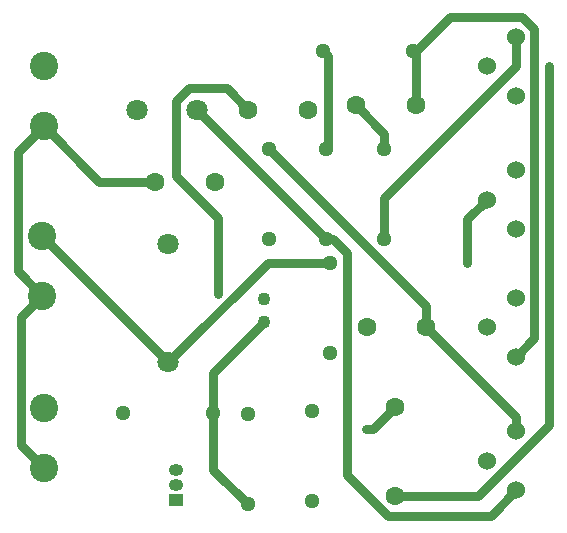
<source format=gbl>
G04 Layer: BottomLayer*
G04 EasyEDA v6.5.22, 2022-11-10 10:58:02*
G04 b15eef10417c41dab364ff867fe718c8,4d8ab2db40884aeb91e54047068f32cb,10*
G04 Gerber Generator version 0.2*
G04 Scale: 100 percent, Rotated: No, Reflected: No *
G04 Dimensions in inches *
G04 leading zeros omitted , absolute positions ,3 integer and 6 decimal *
%FSLAX36Y36*%
%MOIN*%

%ADD10C,0.0300*%
%ADD11C,0.0945*%
%ADD12C,0.0709*%
%ADD13C,0.0630*%
%ADD14C,0.0433*%
%ADD15R,0.0472X0.0394*%
%ADD16O,0.047244X0.039369999999999995*%
%ADD17C,0.0512*%
%ADD18C,0.0600*%
%ADD19C,0.0240*%

%LPD*%
D10*
X1750001Y112370D02*
G01*
X2025531Y112370D01*
X2262710Y349549D01*
X2262710Y1545010D01*
X1750001Y407640D02*
G01*
X1676150Y333789D01*
X1654501Y333789D01*
X2154210Y1643429D02*
G01*
X2154210Y1545000D01*
X1715001Y1105790D01*
X1715001Y970000D01*
X951601Y1160000D02*
G01*
X765001Y1160000D01*
X580001Y1345000D01*
X580000Y205000D02*
G01*
X502642Y282361D01*
X502642Y707642D01*
X575000Y780000D01*
X575000Y780000D02*
G01*
X493359Y861640D01*
X493359Y1258359D01*
X580000Y1345000D01*
X2154210Y131579D02*
G01*
X2068531Y45900D01*
X1726081Y45900D01*
X1590681Y181300D01*
X1590681Y923369D01*
X1544050Y970000D01*
X1520001Y970000D01*
X1520001Y970000D02*
G01*
X1090001Y1400000D01*
X1088401Y1400000D01*
X1715001Y1270000D02*
G01*
X1715001Y1320000D01*
X1620001Y1415000D01*
X1820001Y1595000D02*
G01*
X1810001Y1595000D01*
X2154210Y576579D02*
G01*
X2214681Y637049D01*
X2214681Y1670140D01*
X2174821Y1710000D01*
X1935001Y1710000D01*
X1820001Y1595000D01*
X1820001Y1595000D02*
G01*
X1820001Y1415000D01*
X1260001Y85000D02*
G01*
X1145001Y200000D01*
X1145001Y390000D01*
X1145001Y390000D02*
G01*
X1145001Y520630D01*
X1315001Y690630D01*
X2154210Y328429D02*
G01*
X2154210Y374189D01*
X1853401Y675000D01*
X1330001Y1270000D02*
G01*
X1853401Y746599D01*
X1853401Y675000D01*
X1510001Y1595000D02*
G01*
X1526881Y1578119D01*
X1526881Y1276880D01*
X1520001Y1270000D01*
X1260001Y1400000D02*
G01*
X1189050Y1470949D01*
X1063900Y1470949D01*
X1019831Y1426880D01*
X1019831Y1178859D01*
X1158981Y1039710D01*
X1158981Y785869D01*
X2055790Y1100010D02*
G01*
X1989440Y1033659D01*
X1989440Y890000D01*
X1535001Y890000D02*
G01*
X1326850Y890000D01*
X995001Y558150D01*
X995000Y558148D02*
G01*
X575000Y978148D01*
X575000Y980000D01*
D11*
G01*
X580000Y1545000D03*
G01*
X580000Y1345000D03*
G01*
X575000Y980000D03*
G01*
X575000Y780000D03*
G01*
X580000Y405000D03*
G01*
X580000Y205000D03*
D12*
G01*
X891599Y1400000D03*
G01*
X1088400Y1400000D03*
G01*
X995000Y558150D03*
G01*
X995000Y951849D03*
D13*
G01*
X1620000Y1415000D03*
G01*
X1820000Y1415000D03*
G01*
X1260000Y1400000D03*
G01*
X1460000Y1400000D03*
G01*
X1750000Y112364D03*
G01*
X1750000Y407635D03*
D14*
G01*
X1315000Y690630D03*
G01*
X1315000Y769369D03*
D15*
G01*
X1020000Y100000D03*
D16*
G01*
X1020000Y150000D03*
G01*
X1020000Y200000D03*
D13*
G01*
X951599Y1160000D03*
G01*
X1148400Y1160000D03*
G01*
X1656599Y675000D03*
G01*
X1853400Y675000D03*
D17*
G01*
X1475000Y395000D03*
G01*
X1475000Y95000D03*
G01*
X1260000Y85000D03*
G01*
X1260000Y385000D03*
G01*
X1145000Y390000D03*
G01*
X845000Y390000D03*
G01*
X1510000Y1595000D03*
G01*
X1810000Y1595000D03*
G01*
X1715000Y970000D03*
G01*
X1715000Y1270000D03*
G01*
X1520000Y970000D03*
G01*
X1520000Y1270000D03*
G01*
X1330000Y970000D03*
G01*
X1330000Y1270000D03*
G01*
X1535000Y590000D03*
G01*
X1535000Y890000D03*
D18*
G01*
X2055787Y230005D03*
G01*
X2154206Y328425D03*
G01*
X2154206Y131574D03*
G01*
X2055787Y675005D03*
G01*
X2154206Y773425D03*
G01*
X2154206Y576574D03*
G01*
X2055787Y1100005D03*
G01*
X2154206Y1198425D03*
G01*
X2154206Y1001574D03*
G01*
X2055787Y1545005D03*
G01*
X2154206Y1643425D03*
G01*
X2154206Y1446574D03*
D19*
G01*
X1989440Y890000D03*
G01*
X1158981Y785869D03*
G01*
X1654501Y333789D03*
G01*
X2262710Y1545010D03*
M02*

</source>
